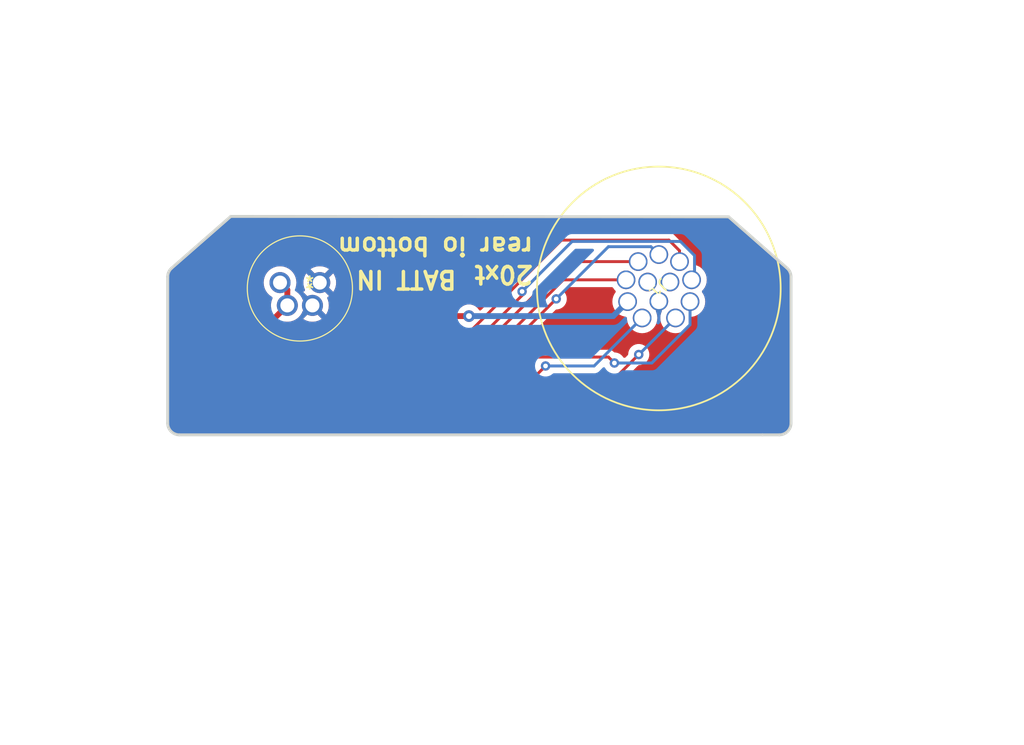
<source format=kicad_pcb>
(kicad_pcb (version 20221018) (generator pcbnew)
  (layers (0 "F.Cu" signal) (31 "B.Cu" signal) (34 "B.Paste" user) (35 "F.Paste" user) (36 "B.SilkS" user "B.Silkscreen") (37 "F.SilkS" user "F.Silkscreen") (38 "B.Mask" user) (39 "F.Mask" user) (44 "Edge.Cuts" user))
  (net 0 "")
  (net 1 "/Bl")
  (net 2 "Net-(Input1-Pad2)")
  (net 3 "Net-(Input1-Pad3)")
  (net 4 "Net-(Input1-Pad4)")
  (net 5 "Net-(Input1-Pad5)")
  (net 6 "Net-(Input1-Pad6)")
  (net 7 "Net-(Input1-Pad7)")
  (net 8 "/Red")
  (net 9 "Net-(J1-Pad9)")
  (net 10 "GND")
  (net 13 "Net-(J3-Pin_1)")
  (footprint "wireless_strain_gauge_v2:SMD_picoblade_hori_1x02" (layer "F.Cu") (at 60.5745 80.7445)
    (fp_text reference "J2" hide)
    (fp_text value "53047-0210")
    (pad "" smd roundrect (at 0.85 -3.05) (size 1.7 2.4) (layers "F.Cu" "F.Paste" "F.Mask"))
    (pad "" smd roundrect (at 6.6 -3.05) (size 1.7 2.4) (layers "F.Cu" "F.Paste" "F.Mask"))
    (pad "1" smd roundrect (at 4.35 -0.8) (size 0.6 1.6) (layers "F.Cu" "F.Paste" "F.Mask") (net 10 "GND"))
    (pad "2" smd roundrect (at 3.1 -0.8) (size 0.6 1.6) (layers "F.Cu" "F.Paste" "F.Mask") (net 9 "Net-(J1-Pad9)"))
  )
  (footprint "wireless_strain_gauge_v2:SMD_picoblade_hori_1x04" (layer "F.Cu") (at 56.7415 80.2485 90)
    (fp_text reference "J4" hide)
    (fp_text value "Conn_01x04")
    (pad "" smd roundrect (at 0.85 -3.05 90) (size 1.7 2.4) (layers "F.Cu" "F.Paste" "F.Mask"))
    (pad "" smd roundrect (at 9.2 -3.05 90) (size 1.7 2.4) (layers "F.Cu" "F.Paste" "F.Mask"))
    (pad "1" smd roundrect (at 6.85 -0.8 90) (size 0.6 1.6) (layers "F.Cu" "F.Paste" "F.Mask") (net 13 "Net-(J3-Pin_1)"))
    (pad "2" smd roundrect (at 5.6 -0.8 90) (size 0.6 1.6) (layers "F.Cu" "F.Paste" "F.Mask") (net 13 "Net-(J3-Pin_1)"))
    (pad "3" smd roundrect (at 4.35 -0.8 90) (size 0.6 1.6) (layers "F.Cu" "F.Paste" "F.Mask") (net 10 "GND"))
    (pad "4" smd roundrect (at 3.1 -0.8 90) (size 0.6 1.6) (layers "F.Cu" "F.Paste" "F.Mask") (net 10 "GND"))
  )
  (footprint "peripheralio:CONN_M12A-12PMMP-SF8001_AMP" (layer "F.Cu") (at 91.02013 71.02415 -135)
    (fp_text reference "J1" (at -2.794528 0.774992 -135 unlocked) (layer "F.SilkS"))
    (fp_text value "M12A-12PMMP-SF8001")
    (fp_circle (center -2.794528 0.774992) (end 7.632172 0.774992) (stroke (width 0.1524)) (fill none) (layer "F.SilkS"))
    (pad "1" thru_hole circle (at 0 0 225) (size 1.6 1.6) (drill 1.33) (layers "*.Cu" "*.Mask") (net 8 "/Red"))
    (pad "2" thru_hole circle (at -2.019574 -2.019516 225) (size 1.6 1.6) (drill 1.33) (layers "*.Cu" "*.Mask") (net 7 "Net-(Input1-Pad7)"))
    (pad "3" thru_hole circle (at -3.886728 -1.911566 315) (size 1.6 1.6) (drill 1.33) (layers "*.Cu" "*.Mask") (net 6 "Net-(Input1-Pad6)"))
    (pad "4" thru_hole circle (at -5.29973 -0.686016 225) (size 1.6 1.6) (drill 1.33) (layers "*.Cu" "*.Mask") (net 2 "Net-(Input1-Pad2)"))
    (pad "5" thru_hole circle (at -5.67057 1.147356 225) (size 1.6 1.6) (drill 1.33) (layers "*.Cu" "*.Mask") (net 1 "/Bl"))
    (pad "6" thru_hole circle (at -4.84507 2.825534 225) (size 1.6 1.6) (drill 1.33) (layers "*.Cu" "*.Mask") (net 5 "Net-(Input1-Pad5)"))
    (pad "7" thru_hole circle (at -3.166892 3.651034 225) (size 1.6 1.6) (drill 1.33) (layers "*.Cu" "*.Mask") (net 3 "Net-(Input1-Pad3)"))
    (pad "8" thru_hole circle (at -1.33352 3.280194 225) (size 1.6 1.6) (drill 1.33) (layers "*.Cu" "*.Mask") (net 4 "Net-(Input1-Pad4)"))
    (pad "9" thru_hole circle (at -0.10797 1.867192 225) (size 1.6 1.6) (drill 1.33) (layers "*.Cu" "*.Mask") (net 9 "Net-(J1-Pad9)"))
    (pad "10" thru_hole circle (at -2.016712 -0.002824 225) (size 1.6 1.6) (drill 1.33) (layers "*.Cu" "*.Mask") (net 10 "GND"))
    (pad "11" thru_hole circle (at -3.857046 0.490291 75) (size 1.6 1.6) (drill 1.33) (layers "*.Cu" "*.Mask"))
    (pad "12" thru_hole circle (at -2.509827 1.83751 105) (size 1.6 1.6) (drill 1.33) (layers "*.Cu" "*.Mask"))
  )
  (footprint "peripheralio:SMD_picoblade_hori_1x08" (layer "F.Cu") (at 84.6485 75.7195 180)
    (fp_text reference "Input1" hide)
    (fp_text value "0530470810")
    (pad "" smd roundrect (at 0.85 -3.05 180) (size 1.7 2.4) (layers "F.Cu" "F.Paste" "F.Mask"))
    (pad "" smd roundrect (at 14.2 -3.05 180) (size 1.7 2.4) (layers "F.Cu" "F.Paste" "F.Mask"))
    (pad "1" smd roundrect (at 11.85 -0.8 180) (size 0.6 1.6) (layers "F.Cu" "F.Paste" "F.Mask") (net 1 "/Bl"))
    (pad "2" smd roundrect (at 10.6 -0.8 180) (size 0.6 1.6) (layers "F.Cu" "F.Paste" "F.Mask") (net 2 "Net-(Input1-Pad2)"))
    (pad "3" smd roundrect (at 9.35 -0.8 180) (size 0.6 1.6) (layers "F.Cu" "F.Paste" "F.Mask") (net 3 "Net-(Input1-Pad3)"))
    (pad "4" smd roundrect (at 8.1 -0.8 180) (size 0.6 1.6) (layers "F.Cu" "F.Paste" "F.Mask") (net 4 "Net-(Input1-Pad4)"))
    (pad "5" smd roundrect (at 6.85 -0.8 180) (size 0.6 1.6) (layers "F.Cu" "F.Paste" "F.Mask") (net 5 "Net-(Input1-Pad5)"))
    (pad "6" smd roundrect (at 5.6 -0.8 180) (size 0.6 1.6) (layers "F.Cu" "F.Paste" "F.Mask") (net 6 "Net-(Input1-Pad6)"))
    (pad "7" smd roundrect (at 4.35 -0.8 180) (size 0.6 1.6) (layers "F.Cu" "F.Paste" "F.Mask") (net 7 "Net-(Input1-Pad7)"))
    (pad "8" smd roundrect (at 3.1 -0.8 180) (size 0.6 1.6) (layers "F.Cu" "F.Paste" "F.Mask") (net 8 "/Red"))
  )
  (footprint "peripheralio:CONN_T4041017041-000_TEC" (layer "F.Cu") (at 61.731417 68.500121 180)
    (fp_text reference "J3" hide)
    (fp_text value "Conn_01x04")
    (fp_text user "*" (at -0.839978 0.500799) (layer "F.SilkS"))
    (fp_text user "*" (at -0.839978 0.500799 180 unlocked) (layer "F.SilkS"))
    (fp_circle (center 0 0) (end 4.5 0) (stroke (width 0.1)) (fill none) (layer "F.SilkS"))
    (pad "1" thru_hole circle (at 1.700022 0.500799 180) (size 1.8 1.8) (drill 1.2) (layers "*.Cu" "*.Mask") (net 13 "Net-(J3-Pin_1)"))
    (pad "2" thru_hole circle (at 1.074928 -1.4492 180) (size 1.8 1.8) (drill 1.2) (layers "*.Cu" "*.Mask") (net 13 "Net-(J3-Pin_1)"))
    (pad "3" thru_hole circle (at -1.700022 0.500799 180) (size 1.8 1.8) (drill 1.2) (layers "*.Cu" "*.Mask") (net 10 "GND"))
    (pad "4" thru_hole circle (at -1.074999 -1.4492 180) (size 1.8 1.8) (drill 1.2) (layers "*.Cu" "*.Mask") (net 10 "GND"))
  )
  (gr_arc (start 51.419 81.026) (mid 50.711894 80.733107) (end 50.419 80.026) (stroke (width 0.25)) (layer "Edge.Cuts"))
  (gr_arc (start 103.759 80.026) (mid 103.466107 80.733107) (end 102.759 81.026) (stroke (width 0.25)) (layer "Edge.Cuts"))
  (gr_line (start 98.42 62.37) (end 103.417504 66.757191) (stroke (width 0.25)) (layer "Edge.Cuts"))
  (gr_line (start 102.759 81.026) (end 101.323662 81.026) (stroke (width 0.25)) (layer "Edge.Cuts"))
  (gr_arc (start 103.417504 66.757191) (mid 103.669644 67.096549) (end 103.759 67.509768) (stroke (width 0.25)) (layer "Edge.Cuts"))
  (gr_line (start 50.760496 66.757191) (end 55.81436 62.335853) (stroke (width 0.25)) (layer "Edge.Cuts"))
  (gr_line (start 55.81436 62.335853) (end 98.42 62.37) (stroke (width 0.25)) (layer "Edge.Cuts"))
  (gr_line (start 50.419 80.026) (end 50.419 67.509768) (stroke (width 0.25)) (layer "Edge.Cuts"))
  (gr_arc (start 50.419 67.509768) (mid 50.508369 67.096552) (end 50.760496 66.757191) (stroke (width 0.25)) (layer "Edge.Cuts"))
  (gr_line (start 101.323662 81.026) (end 51.419 81.026) (stroke (width 0.25)) (layer "Edge.Cuts"))
  (gr_line (start 103.759 67.509768) (end 103.759 80.026) (stroke (width 0.25)) (layer "Edge.Cuts"))
  (gr_text "BATT IN" (at 75.2856 66.8528 180) (layer "F.SilkS") (effects (font (size 1.5 1.5) (thickness 0.3) bold) (justify left bottom)))
  (gr_text "20xt\nrear io bottom" (at 81.8388 64.008 180) (layer "F.SilkS") (effects (font (size 1.5 1.5) (thickness 0.3) bold) (justify left bottom)))
  (segment (start 72.7985 75.680595) (end 84.115495 64.3636) (width 0.25) (layer "F.Cu") (net 1))
  (segment (start 94.218525 65.269202) (end 94.218525 66.203148) (width 0.25) (layer "F.Cu") (net 1))
  (segment (start 84.115495 64.3636) (end 93.312923 64.3636) (width 0.25) (layer "F.Cu") (net 1))
  (segment (start 72.7985 76.5195) (end 72.7985 75.680595) (width 0.25) (layer "F.Cu") (net 1))
  (segment (start 93.312923 64.3636) (end 94.218525 65.269202) (width 0.25) (layer "F.Cu") (net 1))
  (segment (start 80.746247 69.094453) (end 74.0485 75.7922) (width 0.25) (layer "F.Cu") (net 2))
  (segment (start 74.0485 75.7922) (end 74.0485 76.5195) (width 0.25) (layer "F.Cu") (net 2))
  (segment (start 80.746247 68.757447) (end 80.746247 69.094453) (width 0.25) (layer "F.Cu") (net 2))
  (via (at 80.746247 68.757447) (size 0.8) (drill 0.4) (layers "F.Cu" "B.Cu") (net 2))
  (segment (start 94.294814 64.475214) (end 95.504 65.6844) (width 0.25) (layer "B.Cu") (net 2))
  (segment (start 80.746953 68.757447) (end 85.029186 64.475214) (width 0.25) (layer "B.Cu") (net 2))
  (segment (start 95.504 67.510454) (end 95.252692 67.761762) (width 0.25) (layer "B.Cu") (net 2))
  (segment (start 95.504 65.6844) (end 95.504 67.510454) (width 0.25) (layer "B.Cu") (net 2))
  (segment (start 80.746247 68.757447) (end 80.746953 68.757447) (width 0.25) (layer "B.Cu") (net 2))
  (segment (start 85.029186 64.475214) (end 94.294814 64.475214) (width 0.25) (layer "B.Cu") (net 2))
  (segment (start 75.2985 75.566799) (end 84.662151 66.203148) (width 0.25) (layer "F.Cu") (net 3))
  (segment (start 84.662151 66.203148) (end 90.67779 66.203148) (width 0.25) (layer "F.Cu") (net 3))
  (segment (start 75.2985 76.5195) (end 75.2985 75.566799) (width 0.25) (layer "F.Cu") (net 3))
  (segment (start 84.273333 67.761762) (end 89.643624 67.761762) (width 0.25) (layer "F.Cu") (net 4))
  (segment (start 76.5485 76.5195) (end 76.5485 75.486595) (width 0.25) (layer "F.Cu") (net 4))
  (segment (start 76.5485 75.486595) (end 84.273333 67.761762) (width 0.25) (layer "F.Cu") (net 4))
  (segment (start 77.7985 75.2619) (end 77.7985 76.5195) (width 0.25) (layer "F.Cu") (net 5))
  (segment (start 83.6676 69.3928) (end 77.7985 75.2619) (width 0.25) (layer "F.Cu") (net 5))
  (via (at 83.6676 69.3928) (size 0.8) (drill 0.4) (layers "F.Cu" "B.Cu") (net 5))
  (segment (start 91.773158 64.925214) (end 92.448158 65.600214) (width 0.25) (layer "B.Cu") (net 5))
  (segment (start 88.135186 64.925214) (end 91.773158 64.925214) (width 0.25) (layer "B.Cu") (net 5))
  (segment (start 83.6676 69.3928) (end 88.135186 64.925214) (width 0.25) (layer "B.Cu") (net 5))
  (segment (start 88.138 74.3712) (end 88.646 74.8792) (width 0.25) (layer "F.Cu") (net 6))
  (segment (start 79.0485 76.297749) (end 80.975049 74.3712) (width 0.25) (layer "F.Cu") (net 6))
  (segment (start 80.975049 74.3712) (end 88.138 74.3712) (width 0.25) (layer "F.Cu") (net 6))
  (via (at 88.646 74.8792) (size 0.8) (drill 0.4) (layers "F.Cu" "B.Cu") (net 6))
  (segment (start 91.8464 74.8792) (end 95.120143 71.605457) (width 0.25) (layer "B.Cu") (net 6))
  (segment (start 88.646 74.8792) (end 91.8464 74.8792) (width 0.25) (layer "B.Cu") (net 6))
  (segment (start 95.120143 71.605457) (end 95.120143 69.6275) (width 0.25) (layer "B.Cu") (net 6))
  (segment (start 90.7288 74.1547) (end 88.7851 76.0984) (width 0.25) (layer "F.Cu") (net 7))
  (segment (start 88.7851 76.0984) (end 83.441351 76.0984) (width 0.25) (layer "F.Cu") (net 7))
  (segment (start 81.895251 77.6445) (end 81.201749 77.6445) (width 0.25) (layer "F.Cu") (net 7))
  (segment (start 83.441351 76.0984) (end 81.895251 77.6445) (width 0.25) (layer "F.Cu") (net 7))
  (segment (start 81.201749 77.6445) (end 80.2985 76.741251) (width 0.25) (layer "F.Cu") (net 7))
  (via (at 90.7288 74.1547) (size 0.8) (drill 0.4) (layers "F.Cu" "B.Cu") (net 7))
  (segment (start 90.7288 74.1547) (end 90.745607 74.1547) (width 0.25) (layer "B.Cu") (net 7))
  (segment (start 90.745607 74.1547) (end 93.876198 71.024109) (width 0.25) (layer "B.Cu") (net 7))
  (segment (start 81.5485 76.3379) (end 82.7532 75.1332) (width 0.25) (layer "F.Cu") (net 8))
  (via (at 82.7532 75.1332) (size 0.8) (drill 0.4) (layers "F.Cu" "B.Cu") (net 8))
  (segment (start 86.91108 75.1332) (end 91.02013 71.02415) (width 0.25) (layer "B.Cu") (net 8))
  (segment (start 82.7532 75.1332) (end 86.91108 75.1332) (width 0.25) (layer "B.Cu") (net 8))
  (segment (start 63.6745 77.5495) (end 70.358 70.866) (width 0.5) (layer "F.Cu") (net 9))
  (segment (start 63.6745 79.9445) (end 63.6745 77.5495) (width 0.5) (layer "F.Cu") (net 9))
  (segment (start 70.358 70.866) (end 76.2 70.866) (width 0.5) (layer "F.Cu") (net 9))
  (via (at 76.2 70.866) (size 1) (drill 0.5) (layers "F.Cu" "B.Cu") (net 9))
  (segment (start 76.2 70.866) (end 88.537672 70.866) (width 0.5) (layer "B.Cu") (net 9))
  (segment (start 88.537672 70.866) (end 89.776172 69.6275) (width 0.5) (layer "B.Cu") (net 9))
  (segment (start 55.9415 77.1485) (end 55.9415 75.8985) (width 0.5) (layer "F.Cu") (net 10))
  (segment (start 57.20731 73.3985) (end 60.656489 69.949321) (width 0.5) (layer "F.Cu") (net 13))
  (segment (start 60.656489 68.624416) (end 60.031395 67.999322) (width 0.5) (layer "F.Cu") (net 13))
  (segment (start 60.656489 69.949321) (end 60.656489 68.624416) (width 0.5) (layer "F.Cu") (net 13))
  (segment (start 55.9415 74.6485) (end 55.9415 73.3985) (width 0.5) (layer "F.Cu") (net 13))
  (segment (start 55.9415 73.3985) (end 57.20731 73.3985) (width 0.5) (layer "F.Cu") (net 13))
  (zone (net 10) (net_name "GND") (layers "F&B.Cu") (connect_pads (clearance 0.5)) (min_thickness 0.25) (fill yes (thermal_gap 0.5) (thermal_bridge_width 0.5))
    (polygon (pts (xy 44.45 45.974) (xy 123.698 43.815) (xy 109.093 107.569) (xy 36.068 93.853) (xy 44.45 46.101)))
  )
)
</source>
